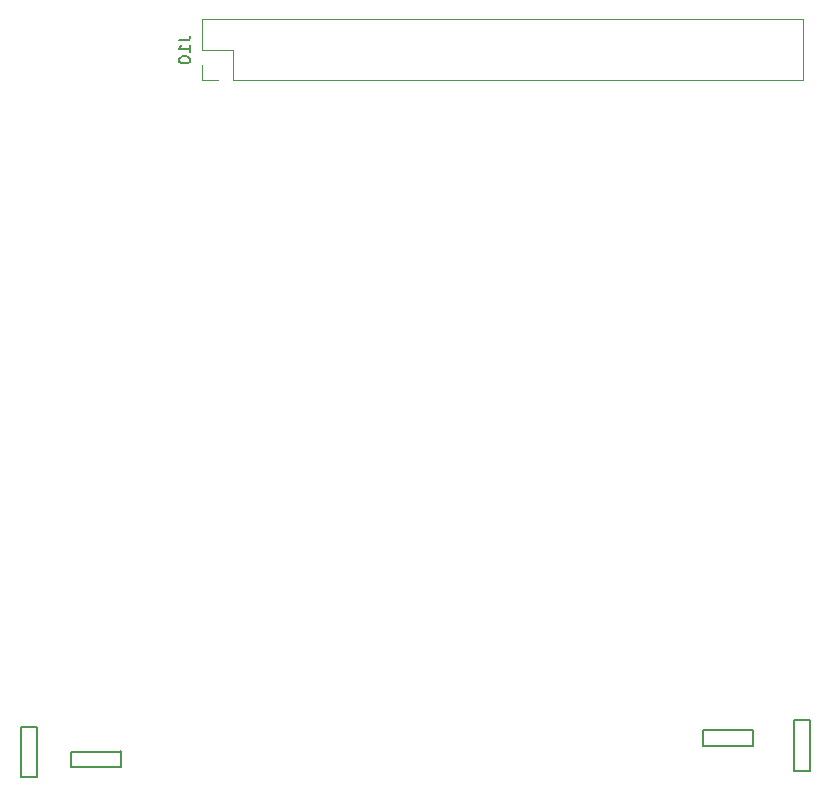
<source format=gbo>
G04 #@! TF.GenerationSoftware,KiCad,Pcbnew,5.1.2-f72e74a~84~ubuntu16.04.1*
G04 #@! TF.CreationDate,2019-08-19T17:24:30+09:00*
G04 #@! TF.ProjectId,MD&SubCPU-ver2.0,4d442653-7562-4435-9055-2d766572322e,rev?*
G04 #@! TF.SameCoordinates,Original*
G04 #@! TF.FileFunction,Legend,Bot*
G04 #@! TF.FilePolarity,Positive*
%FSLAX46Y46*%
G04 Gerber Fmt 4.6, Leading zero omitted, Abs format (unit mm)*
G04 Created by KiCad (PCBNEW 5.1.2-f72e74a~84~ubuntu16.04.1) date 2019-08-19 17:24:30*
%MOMM*%
%LPD*%
G04 APERTURE LIST*
%ADD10C,0.150000*%
%ADD11C,0.120000*%
G04 APERTURE END LIST*
D10*
X108817920Y-128402080D02*
X108817920Y-128209040D01*
X104596440Y-128336040D02*
X104596440Y-128214120D01*
X104759000Y-128204600D02*
X104596440Y-128204600D01*
X104596440Y-128397000D02*
X104596440Y-128249680D01*
X104743760Y-129550160D02*
X104596440Y-129550160D01*
X112334040Y-131648200D02*
X112268000Y-131648200D01*
X112268000Y-131648200D02*
X112268000Y-131521200D01*
X112268000Y-127543560D02*
X112268000Y-127381000D01*
X112268000Y-127381000D02*
X112395000Y-127381000D01*
X113614200Y-127538480D02*
X113614200Y-127386080D01*
X104753880Y-128206080D02*
X108817880Y-128206080D01*
X104596160Y-129549360D02*
X104596160Y-128406360D01*
X108820360Y-129549040D02*
X108820360Y-128406040D01*
X104755360Y-129548200D02*
X108819360Y-129548200D01*
X112345000Y-127381800D02*
X112268800Y-127381800D01*
X112268800Y-127431800D02*
X112268800Y-127513080D01*
X113614200Y-127502920D02*
X113614200Y-127431800D01*
X113614200Y-127381800D02*
X113507520Y-127381800D01*
X112395000Y-131648200D02*
X112318800Y-131648200D01*
X113543080Y-131648200D02*
X113614200Y-131648200D01*
X113614200Y-131648200D02*
X113614200Y-131511040D01*
X113615000Y-131572000D02*
X113615000Y-127508000D01*
X113538000Y-127381000D02*
X112395000Y-127381000D01*
X112268000Y-127508000D02*
X112268000Y-131572000D01*
X112395000Y-131649000D02*
X113538000Y-131649000D01*
X51108480Y-131175760D02*
X51108480Y-131368800D01*
X55329960Y-131241800D02*
X55329960Y-131363720D01*
X55167400Y-131373240D02*
X55329960Y-131373240D01*
X55329960Y-131180840D02*
X55329960Y-131328160D01*
X55182640Y-130027680D02*
X55329960Y-130027680D01*
X48092360Y-127929640D02*
X48158400Y-127929640D01*
X48158400Y-127929640D02*
X48158400Y-128056640D01*
X48158400Y-132034280D02*
X48158400Y-132196840D01*
X48158400Y-132196840D02*
X48031400Y-132196840D01*
X46812200Y-132039360D02*
X46812200Y-132191760D01*
X55172520Y-131371760D02*
X51108520Y-131371760D01*
X55330240Y-130028480D02*
X55330240Y-131171480D01*
X51106040Y-130028800D02*
X51106040Y-131171800D01*
X55171040Y-130029640D02*
X51107040Y-130029640D01*
X48081400Y-132196040D02*
X48157600Y-132196040D01*
X48157600Y-132146040D02*
X48157600Y-132064760D01*
X46812200Y-132074920D02*
X46812200Y-132146040D01*
X46812200Y-132196040D02*
X46918880Y-132196040D01*
X48031400Y-127929640D02*
X48107600Y-127929640D01*
X46883320Y-127929640D02*
X46812200Y-127929640D01*
X46812200Y-127929640D02*
X46812200Y-128066800D01*
X46811400Y-128005840D02*
X46811400Y-132069840D01*
X46888400Y-132196840D02*
X48031400Y-132196840D01*
X48158400Y-132069840D02*
X48158400Y-128005840D01*
X48031400Y-127928840D02*
X46888400Y-127928840D01*
D11*
X62170000Y-68012000D02*
X62170000Y-70612000D01*
X62170000Y-68012000D02*
X113090000Y-68012000D01*
X113090000Y-68012000D02*
X113090000Y-73212000D01*
X64770000Y-73212000D02*
X113090000Y-73212000D01*
X64770000Y-70612000D02*
X64770000Y-73212000D01*
X62170000Y-70612000D02*
X64770000Y-70612000D01*
X62170000Y-73212000D02*
X63500000Y-73212000D01*
X62170000Y-71882000D02*
X62170000Y-73212000D01*
D10*
X60182380Y-69802476D02*
X60896666Y-69802476D01*
X61039523Y-69754857D01*
X61134761Y-69659619D01*
X61182380Y-69516761D01*
X61182380Y-69421523D01*
X61182380Y-70802476D02*
X61182380Y-70231047D01*
X61182380Y-70516761D02*
X60182380Y-70516761D01*
X60325238Y-70421523D01*
X60420476Y-70326285D01*
X60468095Y-70231047D01*
X60182380Y-71421523D02*
X60182380Y-71516761D01*
X60230000Y-71612000D01*
X60277619Y-71659619D01*
X60372857Y-71707238D01*
X60563333Y-71754857D01*
X60801428Y-71754857D01*
X60991904Y-71707238D01*
X61087142Y-71659619D01*
X61134761Y-71612000D01*
X61182380Y-71516761D01*
X61182380Y-71421523D01*
X61134761Y-71326285D01*
X61087142Y-71278666D01*
X60991904Y-71231047D01*
X60801428Y-71183428D01*
X60563333Y-71183428D01*
X60372857Y-71231047D01*
X60277619Y-71278666D01*
X60230000Y-71326285D01*
X60182380Y-71421523D01*
M02*

</source>
